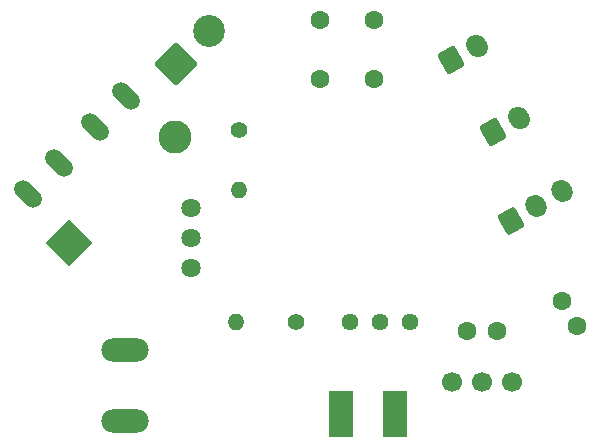
<source format=gbr>
%TF.GenerationSoftware,KiCad,Pcbnew,(6.0.5)*%
%TF.CreationDate,2023-02-26T21:46:22+09:00*%
%TF.ProjectId,psu_board,7073755f-626f-4617-9264-2e6b69636164,rev?*%
%TF.SameCoordinates,Original*%
%TF.FileFunction,Soldermask,Bot*%
%TF.FilePolarity,Negative*%
%FSLAX46Y46*%
G04 Gerber Fmt 4.6, Leading zero omitted, Abs format (unit mm)*
G04 Created by KiCad (PCBNEW (6.0.5)) date 2023-02-26 21:46:22*
%MOMM*%
%LPD*%
G01*
G04 APERTURE LIST*
G04 Aperture macros list*
%AMRoundRect*
0 Rectangle with rounded corners*
0 $1 Rounding radius*
0 $2 $3 $4 $5 $6 $7 $8 $9 X,Y pos of 4 corners*
0 Add a 4 corners polygon primitive as box body*
4,1,4,$2,$3,$4,$5,$6,$7,$8,$9,$2,$3,0*
0 Add four circle primitives for the rounded corners*
1,1,$1+$1,$2,$3*
1,1,$1+$1,$4,$5*
1,1,$1+$1,$6,$7*
1,1,$1+$1,$8,$9*
0 Add four rect primitives between the rounded corners*
20,1,$1+$1,$2,$3,$4,$5,0*
20,1,$1+$1,$4,$5,$6,$7,0*
20,1,$1+$1,$6,$7,$8,$9,0*
20,1,$1+$1,$8,$9,$2,$3,0*%
%AMHorizOval*
0 Thick line with rounded ends*
0 $1 width*
0 $2 $3 position (X,Y) of the first rounded end (center of the circle)*
0 $4 $5 position (X,Y) of the second rounded end (center of the circle)*
0 Add line between two ends*
20,1,$1,$2,$3,$4,$5,0*
0 Add two circle primitives to create the rounded ends*
1,1,$1,$2,$3*
1,1,$1,$4,$5*%
%AMRotRect*
0 Rectangle, with rotation*
0 The origin of the aperture is its center*
0 $1 length*
0 $2 width*
0 $3 Rotation angle, in degrees counterclockwise*
0 Add horizontal line*
21,1,$1,$2,0,0,$3*%
G04 Aperture macros list end*
%ADD10HorizOval,1.500000X-0.424264X0.424264X0.424264X-0.424264X0*%
%ADD11RotRect,2.800000X2.800000X45.000000*%
%ADD12HorizOval,2.800000X0.000000X0.000000X0.000000X0.000000X0*%
%ADD13C,1.600000*%
%ADD14RoundRect,0.250000X-0.144615X-0.949519X0.894615X-0.349519X0.144615X0.949519X-0.894615X0.349519X0*%
%ADD15HorizOval,1.700000X-0.075000X0.129904X0.075000X-0.129904X0*%
%ADD16C,1.635000*%
%ADD17RoundRect,0.250000X-0.157115X-0.927868X0.882115X-0.327868X0.157115X0.927868X-0.882115X0.327868X0*%
%ADD18HorizOval,1.700000X-0.062500X0.108253X0.062500X-0.108253X0*%
%ADD19R,2.000000X4.000000*%
%ADD20C,1.400000*%
%ADD21O,1.400000X1.400000*%
%ADD22C,1.440000*%
%ADD23RoundRect,0.250001X0.000000X-1.555634X1.555634X0.000000X0.000000X1.555634X-1.555634X0.000000X0*%
%ADD24C,2.700000*%
%ADD25O,4.000000X2.000000*%
%ADD26C,1.700000*%
G04 APERTURE END LIST*
D10*
%TO.C,F1*%
X133150523Y-89571374D03*
X130534228Y-92187669D03*
X124877374Y-97844523D03*
X127493669Y-95228228D03*
%TD*%
D11*
%TO.C,D1*%
X128351872Y-102026129D03*
D12*
X137332128Y-93045873D03*
%TD*%
D13*
%TO.C,C4*%
X170063000Y-106867468D03*
X171313000Y-109032532D03*
%TD*%
D14*
%TO.C,Kiker PSU*%
X160706969Y-86530337D03*
D15*
X162872033Y-85280337D03*
%TD*%
D13*
%TO.C,22\u03BCF*%
X149606000Y-88098000D03*
X149606000Y-83098000D03*
%TD*%
D16*
%TO.C,SW2*%
X138684000Y-99060000D03*
X138684000Y-101600000D03*
X138684000Y-104140000D03*
%TD*%
D17*
%TO.C,MB*%
X165720437Y-100109337D03*
D18*
X167885501Y-98859337D03*
X170050564Y-97609337D03*
%TD*%
D19*
%TO.C,MES1*%
X151384000Y-116445000D03*
X155956000Y-116445000D03*
%TD*%
D20*
%TO.C,R1*%
X142748000Y-92456000D03*
D21*
X142748000Y-97536000D03*
%TD*%
D22*
%TO.C,RV1*%
X152136000Y-108712000D03*
X154676000Y-108712000D03*
X157216000Y-108712000D03*
%TD*%
D20*
%TO.C,R2*%
X147574000Y-108712000D03*
D21*
X142494000Y-108712000D03*
%TD*%
D13*
%TO.C,C3*%
X162072000Y-109474000D03*
X164572000Y-109474000D03*
%TD*%
D23*
%TO.C,BT1*%
X137403020Y-86863163D03*
D24*
X140203163Y-84063020D03*
%TD*%
D25*
%TO.C,SW1*%
X133096000Y-117094000D03*
X133096000Y-111094000D03*
%TD*%
D13*
%TO.C,10\u03BCF*%
X154178000Y-88098000D03*
X154178000Y-83098000D03*
%TD*%
D14*
%TO.C,MD*%
X164262969Y-92626337D03*
D15*
X166428033Y-91376337D03*
%TD*%
D26*
%TO.C,U2*%
X160782000Y-113792000D03*
X165862000Y-113792000D03*
X163322000Y-113792000D03*
%TD*%
M02*

</source>
